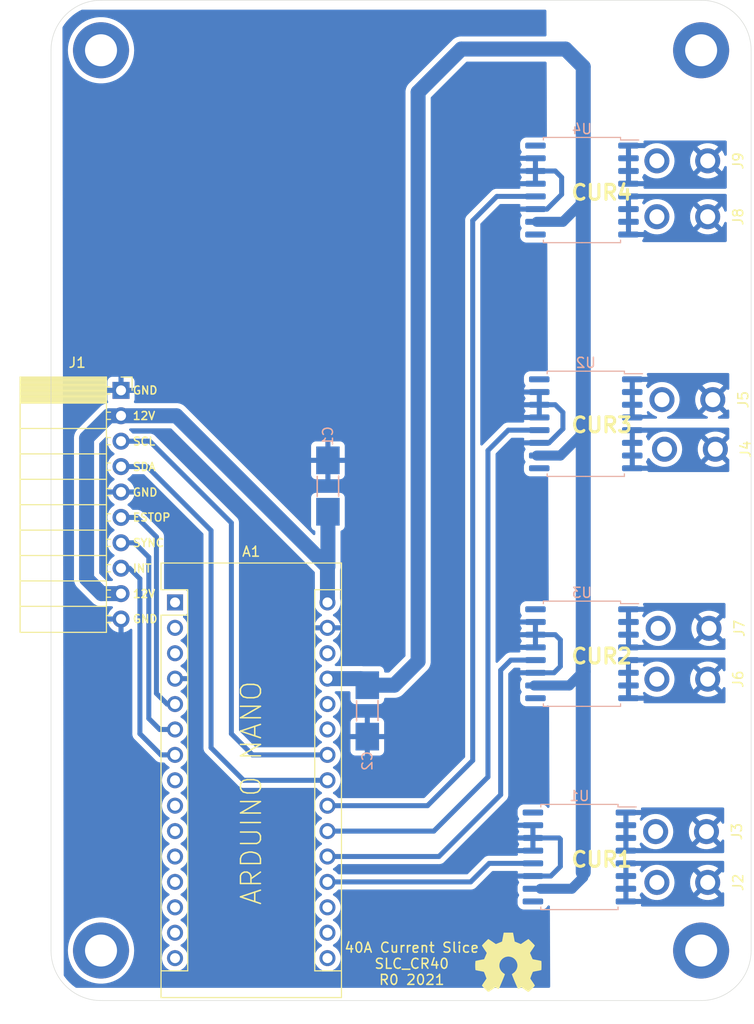
<source format=kicad_pcb>
(kicad_pcb (version 20240108) (generator "pcbnew") (generator_version "8.0")
  (layers (0 "F.Cu" signal) (31 "B.Cu" signal) (34 "B.Paste" user) (35 "F.Paste" user) (36 "B.SilkS" user "B.Silkscreen") (37 "F.SilkS" user "F.Silkscreen") (38 "B.Mask" user) (39 "F.Mask" user) (44 "Edge.Cuts" user))
  (net 0 "")
  (net 1 "Net-(A1-Pad16)")
  (net 2 "Net-(A1-Pad15)")
  (net 3 "Net-(A1-Pad14)")
  (net 4 "GND")
  (net 5 "Net-(A1-Pad13)")
  (net 6 "Net-(A1-Pad28)")
  (net 7 "Net-(A1-Pad12)")
  (net 8 "+5V")
  (net 9 "Net-(A1-Pad11)")
  (net 10 "Net-(A1-Pad26)")
  (net 11 "Net-(A1-Pad10)")
  (net 12 "Net-(A1-Pad25)")
  (net 13 "Net-(A1-Pad9)")
  (net 14 "/I2C_CLK")
  (net 15 "Net-(A1-Pad8)")
  (net 16 "/I2C_DAT")
  (net 17 "/SYNC")
  (net 18 "/E_STOP")
  (net 19 "Net-(A1-Pad3)")
  (net 20 "Net-(A1-Pad18)")
  (net 21 "Net-(A1-Pad2)")
  (net 22 "Net-(A1-Pad17)")
  (net 23 "Net-(A1-Pad1)")
  (net 24 "+12V")
  (net 25 "/INT")
  (net 26 "/CURR1")
  (net 27 "/CURR2")
  (net 28 "/CURR3")
  (net 29 "/CURR4")
  (net 30 "Net-(J2-Pad1)")
  (net 31 "Net-(J3-Pad1)")
  (net 32 "Net-(J4-Pad1)")
  (net 33 "Net-(J5-Pad1)")
  (net 34 "Net-(U1-Pad16)")
  (net 35 "Net-(U1-Pad9)")
  (net 36 "Net-(U2-Pad16)")
  (net 37 "Net-(U2-Pad9)")
  (net 38 "Net-(U3-Pad16)")
  (net 39 "Net-(U3-Pad9)")
  (net 40 "Net-(U4-Pad16)")
  (net 41 "Net-(U4-Pad9)")
  (net 42 "Net-(J6-Pad1)")
  (net 43 "Net-(J7-Pad1)")
  (net 44 "Net-(J8-Pad1)")
  (net 45 "Net-(J9-Pad1)")
  (footprint "MountingHole:MountingHole_3.2mm_M3_DIN965_Pad" (layer "F.Cu") (at 127.6 44.8)
    (property "Reference" "H1" (hide yes))
    (property "Value" "MountingHole")
    (pad "1" thru_hole circle (at 0 0) (size 5.6 5.6) (drill 3.2) (layers "*.Cu" "*.Mask"))
  )
  (footprint "MountingHole:MountingHole_3.2mm_M3_DIN965_Pad" (layer "F.Cu") (at 187.6 44.8)
    (property "Reference" "H2" (hide yes))
    (property "Value" "MountingHole")
    (pad "1" thru_hole circle (at 0 0) (size 5.6 5.6) (drill 3.2) (layers "*.Cu" "*.Mask"))
  )
  (footprint "MountingHole:MountingHole_3.2mm_M3_DIN965_Pad" (layer "F.Cu") (at 127.6 134.8)
    (property "Reference" "H3" (hide yes))
    (property "Value" "MountingHole")
    (pad "1" thru_hole circle (at 0 0) (size 5.6 5.6) (drill 3.2) (layers "*.Cu" "*.Mask"))
  )
  (footprint "MountingHole:MountingHole_3.2mm_M3_DIN965_Pad" (layer "F.Cu") (at 187.6 134.8)
    (property "Reference" "H4" (hide yes))
    (property "Value" "MountingHole")
    (pad "1" thru_hole circle (at 0 0) (size 5.6 5.6) (drill 3.2) (layers "*.Cu" "*.Mask"))
  )
  (footprint "Module:Arduino_Nano" (layer "F.Cu") (at 135 100)
    (property "Reference" "A1" (at 7.62 -5.08 0) (layer "F.SilkS"))
    (property "Value" "Arduino_Nano_v3.x")
    (fp_line (start -1.4 -3.94) (end -1.4 -1.27) (stroke (width 0.12)) (layer "F.SilkS"))
    (fp_line (start -1.4 1.27) (end -1.4 39.5) (stroke (width 0.12)) (layer "F.SilkS"))
    (fp_line (start -1.4 39.5) (end 16.64 39.5) (stroke (width 0.12)) (layer "F.SilkS"))
    (fp_line (start 1.27 -1.27) (end -1.4 -1.27) (stroke (width 0.12)) (layer "F.SilkS"))
    (fp_line (start 1.27 1.27) (end -1.4 1.27) (stroke (width 0.12)) (layer "F.SilkS"))
    (fp_line (start 1.27 1.27) (end 1.27 -1.27) (stroke (width 0.12)) (layer "F.SilkS"))
    (fp_line (start 1.27 1.27) (end 1.27 36.83) (stroke (width 0.12)) (layer "F.SilkS"))
    (fp_line (start 1.27 36.83) (end -1.4 36.83) (stroke (width 0.12)) (layer "F.SilkS"))
    (fp_line (start 13.97 -1.27) (end 13.97 36.83) (stroke (width 0.12)) (layer "F.SilkS"))
    (fp_line (start 13.97 -1.27) (end 16.64 -1.27) (stroke (width 0.12)) (layer "F.SilkS"))
    (fp_line (start 13.97 36.83) (end 16.64 36.83) (stroke (width 0.12)) (layer "F.SilkS"))
    (fp_line (start 16.64 -3.94) (end -1.4 -3.94) (stroke (width 0.12)) (layer "F.SilkS"))
    (fp_line (start 16.64 39.5) (end 16.64 -3.94) (stroke (width 0.12)) (layer "F.SilkS"))
    (pad "1" thru_hole rect (at 0 0) (size 1.6 1.6) (drill 1) (layers "*.Cu" "*.Mask") (net 23 "Net-(A1-Pad1)"))
    (pad "2" thru_hole oval (at 0 2.54) (size 1.6 1.6) (drill 1) (layers "*.Cu" "*.Mask") (net 21 "Net-(A1-Pad2)"))
    (pad "3" thru_hole oval (at 0 5.08) (size 1.6 1.6) (drill 1) (layers "*.Cu" "*.Mask") (net 19 "Net-(A1-Pad3)"))
    (pad "4" thru_hole oval (at 0 7.62) (size 1.6 1.6) (drill 1) (layers "*.Cu" "*.Mask") (net 4 "GND"))
    (pad "5" thru_hole oval (at 0 10.16) (size 1.6 1.6) (drill 1) (layers "*.Cu" "*.Mask") (net 18 "/E_STOP"))
    (pad "6" thru_hole oval (at 0 12.7) (size 1.6 1.6) (drill 1) (layers "*.Cu" "*.Mask") (net 25 "/INT"))
    (pad "7" thru_hole oval (at 0 15.24) (size 1.6 1.6) (drill 1) (layers "*.Cu" "*.Mask") (net 17 "/SYNC"))
    (pad "8" thru_hole oval (at 0 17.78) (size 1.6 1.6) (drill 1) (layers "*.Cu" "*.Mask") (net 15 "Net-(A1-Pad8)"))
    (pad "9" thru_hole oval (at 0 20.32) (size 1.6 1.6) (drill 1) (layers "*.Cu" "*.Mask") (net 13 "Net-(A1-Pad9)"))
    (pad "10" thru_hole oval (at 0 22.86) (size 1.6 1.6) (drill 1) (layers "*.Cu" "*.Mask") (net 11 "Net-(A1-Pad10)"))
    (pad "11" thru_hole oval (at 0 25.4) (size 1.6 1.6) (drill 1) (layers "*.Cu" "*.Mask") (net 9 "Net-(A1-Pad11)"))
    (pad "12" thru_hole oval (at 0 27.94) (size 1.6 1.6) (drill 1) (layers "*.Cu" "*.Mask") (net 7 "Net-(A1-Pad12)"))
    (pad "13" thru_hole oval (at 0 30.48) (size 1.6 1.6) (drill 1) (layers "*.Cu" "*.Mask") (net 5 "Net-(A1-Pad13)"))
    (pad "14" thru_hole oval (at 0 33.02) (size 1.6 1.6) (drill 1) (layers "*.Cu" "*.Mask") (net 3 "Net-(A1-Pad14)"))
    (pad "15" thru_hole oval (at 0 35.56) (size 1.6 1.6) (drill 1) (layers "*.Cu" "*.Mask") (net 2 "Net-(A1-Pad15)"))
    (pad "16" thru_hole oval (at 15.24 35.56) (size 1.6 1.6) (drill 1) (layers "*.Cu" "*.Mask") (net 1 "Net-(A1-Pad16)"))
    (pad "17" thru_hole oval (at 15.24 33.02) (size 1.6 1.6) (drill 1) (layers "*.Cu" "*.Mask") (net 22 "Net-(A1-Pad17)"))
    (pad "18" thru_hole oval (at 15.24 30.48) (size 1.6 1.6) (drill 1) (layers "*.Cu" "*.Mask") (net 20 "Net-(A1-Pad18)"))
    (pad "19" thru_hole oval (at 15.24 27.94) (size 1.6 1.6) (drill 1) (layers "*.Cu" "*.Mask") (net 26 "/CURR1"))
    (pad "20" thru_hole oval (at 15.24 25.4) (size 1.6 1.6) (drill 1) (layers "*.Cu" "*.Mask") (net 27 "/CURR2"))
    (pad "21" thru_hole oval (at 15.24 22.86) (size 1.6 1.6) (drill 1) (layers "*.Cu" "*.Mask") (net 28 "/CURR3"))
    (pad "22" thru_hole oval (at 15.24 20.32) (size 1.6 1.6) (drill 1) (layers "*.Cu" "*.Mask") (net 29 "/CURR4"))
    (pad "23" thru_hole oval (at 15.24 17.78) (size 1.6 1.6) (drill 1) (layers "*.Cu" "*.Mask") (net 16 "/I2C_DAT"))
    (pad "24" thru_hole oval (at 15.24 15.24) (size 1.6 1.6) (drill 1) (layers "*.Cu" "*.Mask") (net 14 "/I2C_CLK"))
    (pad "25" thru_hole oval (at 15.24 12.7) (size 1.6 1.6) (drill 1) (layers "*.Cu" "*.Mask") (net 12 "Net-(A1-Pad25)"))
    (pad "26" thru_hole oval (at 15.24 10.16) (size 1.6 1.6) (drill 1) (layers "*.Cu" "*.Mask") (net 10 "Net-(A1-Pad26)"))
    (pad "27" thru_hole oval (at 15.24 7.62) (size 1.6 1.6) (drill 1) (layers "*.Cu" "*.Mask") (net 8 "+5V"))
    (pad "28" thru_hole oval (at 15.24 5.08) (size 1.6 1.6) (drill 1) (layers "*.Cu" "*.Mask") (net 6 "Net-(A1-Pad28)"))
    (pad "29" thru_hole oval (at 15.24 2.54) (size 1.6 1.6) (drill 1) (layers "*.Cu" "*.Mask") (net 4 "GND"))
    (pad "30" thru_hole oval (at 15.24 0) (size 1.6 1.6) (drill 1) (layers "*.Cu" "*.Mask") (net 24 "+12V"))
  )
  (footprint "Connector_PinSocket_2.54mm:PinSocket_1x10_P2.54mm_Horizontal" (layer "F.Cu") (at 129.6 78.8)
    (property "Reference" "J1" (at -4.38 -2.77 0) (layer "F.SilkS"))
    (property "Value" "Conn_01x10_Female")
    (fp_line (start -10.09 -1.33) (end -10.09 24.19) (stroke (width 0.12)) (layer "F.SilkS"))
    (fp_line (start -10.09 -1.33) (end -1.46 -1.33) (stroke (width 0.12)) (layer "F.SilkS"))
    (fp_line (start -10.09 -1.21) (end -1.46 -1.21) (stroke (width 0.12)) (layer "F.SilkS"))
    (fp_line (start -10.09 -1.091905) (end -1.46 -1.091905) (stroke (width 0.12)) (layer "F.SilkS"))
    (fp_line (start -10.09 -0.97381) (end -1.46 -0.97381) (stroke (width 0.12)) (layer "F.SilkS"))
    (fp_line (start -10.09 -0.855715) (end -1.46 -0.855715) (stroke (width 0.12)) (layer "F.SilkS"))
    (fp_line (start -10.09 -0.73762) (end -1.46 -0.73762) (stroke (width 0.12)) (layer "F.SilkS"))
    (fp_line (start -10.09 -0.619525) (end -1.46 -0.619525) (stroke (width 0.12)) (layer "F.SilkS"))
    (fp_line (start -10.09 -0.50143) (end -1.46 -0.50143) (stroke (width 0.12)) (layer "F.SilkS"))
    (fp_line (start -10.09 -0.383335) (end -1.46 -0.383335) (stroke (width 0.12)) (layer "F.SilkS"))
    (fp_line (start -10.09 -0.26524) (end -1.46 -0.26524) (stroke (width 0.12)) (layer "F.SilkS"))
    (fp_line (start -10.09 -0.147145) (end -1.46 -0.147145) (stroke (width 0.12)) (layer "F.SilkS"))
    (fp_line (start -10.09 -0.02905) (end -1.46 -0.02905) (stroke (width 0.12)) (layer "F.SilkS"))
    (fp_line (start -10.09 0.089045) (end -1.46 0.089045) (stroke (width 0.12)) (layer "F.SilkS"))
    (fp_line (start -10.09 0.20714) (end -1.46 0.20714) (stroke (width 0.12)) (layer "F.SilkS"))
    (fp_line (start -10.09 0.325235) (end -1.46 0.325235) (stroke (width 0.12)) (layer "F.SilkS"))
    (fp_line (start -10.09 0.44333) (end -1.46 0.44333) (stroke (width 0.12)) (layer "F.SilkS"))
    (fp_line (start -10.09 0.561425) (end -1.46 0.561425) (stroke (width 0.12)) (layer "F.SilkS"))
    (fp_line (start -10.09 0.67952) (end -1.46 0.67952) (stroke (width 0.12)) (layer "F.SilkS"))
    (fp_line (start -10.09 0.797615) (end -1.46 0.797615) (stroke (width 0.12)) (layer "F.SilkS"))
    (fp_line (start -10.09 0.91571) (end -1.46 0.91571) (stroke (width 0.12)) (layer "F.SilkS"))
    (fp_line (start -10.09 1.033805) (end -1.46 1.033805) (stroke (width 0.12)) (layer "F.SilkS"))
    (fp_line (start -10.09 1.1519) (end -1.46 1.1519) (stroke (width 0.12)) (layer "F.SilkS"))
    (fp_line (start -10.09 1.27) (end -1.46 1.27) (stroke (width 0.12)) (layer "F.SilkS"))
    (fp_line (start -10.09 3.81) (end -1.46 3.81) (stroke (width 0.12)) (layer "F.SilkS"))
    (fp_line (start -10.09 6.35) (end -1.46 6.35) (stroke (width 0.12)) (layer "F.SilkS"))
    (fp_line (start -10.09 8.89) (end -1.46 8.89) (stroke (width 0.12)) (layer "F.SilkS"))
    (fp_line (start -10.09 11.43) (end -1.46 11.43) (stroke (width 0.12)) (layer "F.SilkS"))
    (fp_line (start -10.09 13.97) (end -1.46 13.97) (stroke (width 0.12)) (layer "F.SilkS"))
    (fp_line (start -10.09 16.51) (end -1.46 16.51) (stroke (width 0.12)) (layer "F.SilkS"))
    (fp_line (start -10.09 19.05) (end -1.46 19.05) (stroke (width 0.12)) (layer "F.SilkS"))
    (fp_line (start -10.09 21.59) (end -1.46 21.59) (stroke (width 0.12)) (layer "F.SilkS"))
    (fp_line (start -10.09 24.19) (end -1.46 24.19) (stroke (width 0.12)) (layer "F.SilkS"))
    (fp_line (start -1.46 -1.33) (end -1.46 24.19) (stroke (width 0.12)) (layer "F.SilkS"))
    (fp_line (start -1.46 -0.36) (end -1.11 -0.36) (stroke (width 0.12)) (layer "F.SilkS"))
    (fp_line (start -1.46 0.36) (end -1.11 0.36) (stroke (width 0.12)) (layer "F.SilkS"))
    (fp_line (start -1.46 2.18) (end -1.05 2.18) (stroke (width 0.12)) (layer "F.SilkS"))
    (fp_line (start -1.46 2.9) (end -1.05 2.9) (stroke (width 0.12)) (layer "F.SilkS"))
    (fp_line (start -1.46 4.72) (end -1.05 4.72) (stroke (width 0.12)) (layer "F.SilkS"))
    (fp_line (start -1.46 5.44) (end -1.05 5.44) (stroke (width 0.12)) (layer "F.SilkS"))
    (fp_line (start -1.46 7.26) (end -1.05 7.26) (stroke (width 0.12)) (layer "F.SilkS"))
    (fp_line (start -1.46 7.98) (end -1.05 7.98) (stroke (width 0.12)) (layer "F.SilkS"))
    (fp_line (start -1.46 9.8) (end -1.05 9.8) (stroke (width 0.12)) (layer "F.SilkS"))
    (fp_line (start -1.46 10.52) (end -1.05 10.52) (stroke (width 0.12)) (layer "F.SilkS"))
    (fp_line (start -1.46 12.34) (end -1.05 12.34) (stroke (width 0.12)) (layer "F.SilkS"))
    (fp_line (start -1.46 13.06) (end -1.05 13.06) (stroke (width 0.12)) (layer "F.SilkS"))
    (fp_line (start -1.46 14.88) (end -1.05 14.88) (stroke (width 0.12)) (layer "F.SilkS"))
    (fp_line (start -1.46 15.6) (end -1.05 15.6) (stroke (width 0.12)) (layer "F.SilkS"))
    (fp_line (start -1.46 17.42) (end -1.05 17.42) (stroke (width 0.12)) (layer "F.SilkS"))
    (fp_line (start -1.46 18.14) (end -1.05 18.14) (stroke (width 0.12)) (layer "F.SilkS"))
    (fp_line (start -1.46 19.96) (end -1.05 19.96) (stroke (width 0.12)) (layer "F.SilkS"))
    (fp_line (start -1.46 20.68) (end -1.05 20.68) (stroke (width 0.12)) (layer "F.SilkS"))
    (fp_line (start -1.46 22.5) (end -1.05 22.5) (stroke (width 0.12)) (layer "F.SilkS"))
    (fp_line (start -1.46 23.22) (end -1.05 23.22) (stroke (width 0.12)) (layer "F.SilkS"))
    (fp_line (start 0 -1.33) (end 1.11 -1.33) (stroke (width 0.12)) (layer "F.SilkS"))
    (fp_line (start 1.11 -1.33) (end 1.11 0) (stroke (width 0.12)) (layer "F.SilkS"))
    (pad "1" thru_hole rect (at 0 0) (size 1.7 1.7) (drill 1) (layers "*.Cu" "*.Mask") (net 4 "GND"))
    (pad "2" thru_hole oval (at 0 2.54) (size 1.7 1.7) (drill 1) (layers "*.Cu" "*.Mask") (net 24 "+12V"))
    (pad "3" thru_hole oval (at 0 5.08) (size 1.7 1.7) (drill 1) (layers "*.Cu" "*.Mask") (net 14 "/I2C_CLK"))
    (pad "4" thru_hole oval (at 0 7.62) (size 1.7 1.7) (drill 1) (layers "*.Cu" "*.Mask") (net 16 "/I2C_DAT"))
    (pad "5" thru_hole oval (at 0 10.16) (size 1.7 1.7) (drill 1) (layers "*.Cu" "*.Mask") (net 4 "GND"))
    (pad "6" thru_hole oval (at 0 12.7) (size 1.7 1.7) (drill 1) (layers "*.Cu" "*.Mask") (net 18 "/E_STOP"))
    (pad "7" thru_hole oval (at 0 15.24) (size 1.7 1.7) (drill 1) (layers "*.Cu" "*.Mask") (net 25 "/INT"))
    (pad "8" thru_hole oval (at 0 17.78) (size 1.7 1.7) (drill 1) (layers "*.Cu" "*.Mask") (net 17 "/SYNC"))
    (pad "9" thru_hole oval (at 0 20.32) (size 1.7 1.7) (drill 1) (layers "*.Cu" "*.Mask") (net 24 "+12V"))
    (pad "10" thru_hole oval (at 0 22.86) (size 1.7 1.7) (drill 1) (layers "*.Cu" "*.Mask") (net 4 "GND"))
  )
  (footprint "Symbol:OSHW-Symbol_6.7x6mm_SilkScreen" (layer "F.Cu") (at 168.32 135.99)
    (property "Reference" "Logo1" (hide yes))
    (property "Value" "Logo_Open_Hardware_Small" (hide yes))
    (fp_poly (pts (xy 0.555814 -2.531069) (xy 0.639635 -2.086445) (xy 0.94892 -1.958947) (xy 1.258206 -1.831449) (xy 1.629246 -2.083754) (xy 1.733157 -2.154004) (xy 1.827087 -2.216728) (xy 1.906652 -2.269062) (xy 1.96747 -2.308143) (xy 2.005157 -2.331107) (xy 2.015421 -2.336058) (xy 2.03391 -2.323324) (xy 2.07342 -2.288118) (xy 2.129522 -2.234938) (xy 2.197787 -2.168282) (xy 2.273786 -2.092646) (xy 2.353092 -2.012528) (xy 2.431275 -1.932426) (xy 2.503907 -1.856836) (xy 2.566559 -1.790255) (xy 2.614803 -1.737182) (xy 2.64421 -1.702113) (xy 2.651241 -1.690377) (xy 2.641123 -1.66874) (xy 2.612759 -1.621338) (xy 2.569129 -1.552807) (xy 2.513218 -1.467785) (xy 2.448006 -1.370907) (xy 2.410219 -1.31565) (xy 2.341343 -1.214752) (xy 2.28014 -1.123701) (xy 2.229578 -1.04703) (xy 2.192628 -0.989272) (xy 2.172258 -0.954957) (xy 2.169197 -0.947746) (xy 2.176136 -0.927252) (xy 2.195051 -0.879487) (xy 2.223087 -0.811168) (xy 2.257391 -0.729011) (xy 2.295109 -0.63973) (xy 2.333387 -0.550042) (xy 2.36937 -0.466662) (xy 2.400206 -0.396306) (xy 2.423039 -0.34569) (xy 2.435017 -0.321529) (xy 2.435724 -0.320578) (xy 2.454531 -0.315964) (xy 2.504618 -0.305672) (xy 2.580793 -0.290713) (xy 2.677865 -0.272099) (xy 2.790643 -0.250841) (xy 2.856442 -0.238582) (xy 2.97695 -0.215638) (xy 3.085797 -0.193805) (xy 3.177476 -0.174278) (xy 3.246481 -0.158252) (xy 3.287304 -0.146921) (xy 3.295511 -0.143326) (xy 3.303548 -0.118994) (xy 3.310033 -0.064041) (xy 3.31497 0.015108) (xy 3.318364 0.112026) (xy 3.320218 0.220287) (xy 3.320538 0.333465) (xy 3.319327 0.445135) (xy 3.31659 0.548868) (xy 3.312331 0.638241) (xy 3.306555 0.706826) (xy 3.299267 0.748197) (xy 3.294895 0.75681) (xy 3.268764 0.767133) (xy 3.213393 0.781892) (xy 3.136107 0.799352) (xy 3.04423 0.81778) (xy 3.012158 0.823741) (xy 2.857524 0.852066) (xy 2.735375 0.874876) (xy 2.641673 0.89308) (xy 2.572384 0.907583) (xy 2.523471 0.919292) (xy 2.490897 0.929115) (xy 2.470628 0.937956) (xy 2.458626 0.946724) (xy 2.456947 0.948457) (xy 2.440184 0.976371) (xy 2.414614 1.030695) (xy 2.382788 1.104777) (xy 2.34726 1.191965) (xy 2.310583 1.285608) (xy 2.275311 1.379052) (xy 2.243996 1.465647) (xy 2.219193 1.53874) (xy 2.203454 1.591678) (xy 2.199332 1.617811) (xy 2.199676 1.618726) (xy 2.213641 1.640086) (xy 2.245322 1.687084) (xy 2.291391 1.754827) (xy 2.348518 1.838423) (xy 2.413373 1.932982) (xy 2.431843 1.959854) (xy 2.497699 2.057275) (xy 2.55565 2.146163) (xy 2.602538 2.221412) (xy 2.635207 2.27792) (xy 2.6505 2.310581) (xy 2.651241 2.314593) (xy 2.638392 2.335684) (xy 2.602888 2.377464) (xy 2.549293 2.435445) (xy 2.482171 2.505135) (xy 2.406087 2.582045) (xy 2.325604 2.661683) (xy 2.245287 2.739561) (xy 2.169699 2.811186) (xy 2.103405 2.87207) (xy 2.050969 2.917721) (xy 2.016955 2.94365) (xy 2.007545 2.947883) (xy 1.985643 2.937912) (xy 1.9408 2.91102) (xy 1.880321 2.871736) (xy 1.833789 2.840117) (xy 1.749475 2.782098) (xy 1.649626 2.713784) (xy 1.549473 2.645579) (xy 1.495627 2.609075) (xy 1.313371 2.4858) (xy 1.160381 2.56852) (xy 1.090682 2.604759) (xy 1.031414 2.632926) (xy 0.991311 2.648991) (xy 0.981103 2.651226) (xy 0.968829 2.634722) (xy 0.944613 2.588082) (xy 0.910263 2.515609) (xy 0.867588 2.421606) (xy 0.818394 2.310374) (xy 0.76449 2.186215) (xy 0.707684 2.053432) (xy 0.649782 1.916327) (xy 0.592593 1.779202) (xy 0.537924 1.646358) (xy 0.487584 1.522098) (xy 0.44338 1.410725) (xy 0.407119 1.316539) (xy 0.380609 1.243844) (xy 0.365658 1.196941) (xy 0.363254 1.180833) (xy 0.382311 1.160286) (xy 0.424036 1.126933) (xy 0.479706 1.087702) (xy 0.484378 1.084599) (xy 0.628264 0.969423) (xy 0.744283 0.835053) (xy 0.83143 0.685784) (xy 0.888699 0.525913) (xy 0.915086 0.359737) (xy 0.909585 0.191552) (xy 0.87119 0.025655) (xy 0.798895 -0.133658) (xy 0.777626 -0.168513) (xy 0.666996 -0.309263) (xy 0.536302 -0.422286) (xy 0.390064 -0.506997) (xy 0.232808 -0.562806) (xy 0.069057 -0.589126) (xy -0.096667 -0.58537) (xy -0.259838 -0.55095) (xy -0.415935 -0.485277) (xy -0.560433 -0.387765) (xy -0.605131 -0.348187) (xy -0.718888 -0.224297) (xy -0.801782 -0.093876) (xy -0.858644 0.052315) (xy -0.890313 0.197088) (xy -0.898131 0.35986) (xy -0.872062 0.52344) (xy -0.814755 0.682298) (xy -0.728856 0.830906) (xy -0.617014 0.963735) (xy -0.481877 1.075256) (xy -0.464117 1.087011) (xy -0.40785 1.125508) (xy -0.365077 1.158863) (xy -0.344628 1.18016) (xy -0.344331 1.180833) (xy -0.348721 1.203871) (xy -0.366124 1.256157) (xy -0.394732 1.33339) (xy -0.432735 1.431268) (xy -0.478326 1.545491) (xy -0.529697 1.671758) (xy -0.585038 1.805767) (xy -0.642542 1.943218) (xy -0.700399 2.079808) (xy -0.756802 2.211237) (xy -0.809942 2.333205) (xy -0.85801 2.441409) (xy -0.899199 2.531549) (xy -0.931699 2.599323) (xy -0.953703 2.64043) (xy -0.962564 2.651226) (xy -0.98964 2.642819) (xy -1.040303 2.620272) (xy -1.105817 2.587613) (xy -1.141841 2.56852) (xy -1.294832 2.4858) (xy -1.477088 2.609075) (xy -1.570125 2.672228) (xy -1.671985 2.741727) (xy -1.767438 2.807165) (xy -1.81525 2.840117) (xy -1.882495 2.885273) (xy -1.939436 2.921057) (xy -1.978646 2.942938) (xy -1.991381 2.947563) (xy -2.009917 2.935085) (xy -2.050941 2.900252) (xy -2.110475 2.846678) (xy -2.184542 2.777983) (xy -2.269165 2.697781) (xy -2.322685 2.646286) (xy -2.416319 2.554286) (xy -2.497241 2.471999) (xy -2.562177 2.402945) (xy -2.607858 2.350644) (xy -2.631011 2.318616) (xy -2.633232 2.312116) (xy -2.622924 2.287394) (xy -2.594439 2.237405) (xy -2.550937 2.167212) (xy -2.495577 2.081875) (xy -2.43152 1.986456) (xy -2.413303 1.959854) (xy -2.346927 1.863167) (xy -2.287378 1.776117) (xy -2.237984 1.703595) (xy -2.202075 1.650493) (xy -2.182981 1.621703) (xy -2.181136 1.618726) (xy -2.183895 1.595782) (xy -2.198538 1.545336) (xy -2.222513 1.474041) (xy -2.253266 1.388547) (xy -2.288244 1.295507) (xy -2.324893 1.201574) (xy -2.360661 1.113399) (xy -2.392994 1.037634) (xy -2.419338 0.980931) (xy -2.437142 0.949943) (xy -2.438407 0.948457) (xy -2.449294 0.939601) (xy -2.467682 0.930843) (xy -2.497606 0.921277) (xy -2.543103 0.909996) (xy -2.608209 0.896093) (xy -2.696961 0.878663) (xy -2.813393 0.856798) (xy -2.961542 0.829591) (xy -2.993618 0.823741) (xy -3.088686 0.805374) (xy -3.171565 0.787405) (xy -3.23493 0.771569) (xy -3.271458 0.7596) (xy -3.276356 0.75681) (xy -3.284427 0.732072) (xy -3.290987 0.67679) (xy -3.296033 0.597389) (xy -3.299559 0.500296) (xy -3.301561 0.391938) (xy -3.302036 0.27874) (xy -3.300977 0.167128) (xy -3.298382 0.063529) (xy -3.294246 -0.025632) (xy -3.288563 -0.093928) (xy -3.281331 -0.134934) (xy -3.276971 -0.143326) (xy -3.252698 -0.151792) (xy -3.197426 -0.165565) (xy -3.116662 -0.18345) (xy -3.015912 -0.204252) (xy -2.900683 -0.226777) (xy -2.837902 -0.238582) (xy -2.718787 -0.260849) (xy -2.612565 -0.281021) (xy -2.524427 -0.298085) (xy -2.459566 -0.311031) (xy -2.423174 -0.318845) (xy -2.417184 -0.320578) (xy -2.407061 -0.34011) (xy -2.385662 -0.387157) (xy -2.355839 -0.454997) (xy -2.320445 -0.536909) (xy -2.282332 -0.626172) (xy -2.244353 -0.716065) (xy -2.20936 -0.799865) (xy -2.180206 -0.870853) (xy -2.159743 -0.922306) (xy -2.150823 -0.947503) (xy -2.150657 -0.948604) (xy -2.160769 -0.968481) (xy -2.189117 -1.014223) (xy -2.232723 -1.081283) (xy -2.288606 -1.165116) (xy -2.353787 -1.261174) (xy -2.391679 -1.31635) (xy -2.460725 -1.417519) (xy -2.52205 -1.50937) (xy -2.572663 -1.587256) (xy -2.609571 -1.646531) (xy -2.629782 -1.682549) (xy -2.632701 -1.690623) (xy -2.620153 -1.709416) (xy -2.585463 -1.749543) (xy -2.533063 -1.806507) (xy -2.467384 -1.875815) (xy -2.392856 -1.952969) (xy -2.313913 -2.033475) (xy -2.234983 -2.112837) (xy -2.1605 -2.18656) (xy -2.094894 -2.250148) (xy -2.042596 -2.299106) (xy -2.008039 -2.328939) (xy -1.996478 -2.336058) (xy -1.977654 -2.326047) (xy -1.932631 -2.297922) (xy -1.865787 -2.254546) (xy -1.781499 -2.198782) (xy -1.684144 -2.133494) (xy -1.610707 -2.083754) (xy -1.239667 -1.831449) (xy -0.621095 -2.086445) (xy -0.537275 -2.531069) (xy -0.453454 -2.975693) (xy 0.471994 -2.975693) (xy 0.555814 -2.531069)) (stroke (width 0.01)) (fill solid) (layer "F.SilkS"))
  )
  (footprint "Custom:Blade_Connector" (layer "F.Cu") (at 190.799 127.989 90)
    (property "Reference" "J2" (at 0 0.5 90) (layer "F.SilkS"))
    (property "Value" "Conn_01x01_Male")
    (pad "1" thru_hole circle (at 0 -2.54 90) (size 2.5 2.5) (drill 1.5) (layers "*.Cu" "*.Mask") (net 30 "Net-(J2-Pad1)"))
    (pad "2" thru_hole circle (at 0 -7.62 90) (size 2.5 2.5) (drill 1.5) (layers "*.Cu" "*.Mask"))
  )
  (footprint "Custom:Blade_Connector" (layer "F.Cu") (at 190.672 122.909 90)
    (property "Reference" "J3" (at 0 0.5 90) (layer "F.SilkS"))
    (property "Value" "Conn_01x01_Male")
    (pad "1" thru_hole circle (at 0 -2.54 90) (size 2.5 2.5) (drill 1.5) (layers "*.Cu" "*.Mask") (net 31 "Net-(J3-Pad1)"))
    (pad "2" thru_hole circle (at 0 -7.62 90) (size 2.5 2.5) (drill 1.5) (layers "*.Cu" "*.Mask"))
  )
  (footprint "Custom:Blade_Connector" (layer "F.Cu") (at 191.561 84.682 90)
    (property "Reference" "J4" (at 0 0.5 90) (layer "F.SilkS"))
    (property "Value" "Conn_01x01_Male")
    (pad "1" thru_hole circle (at 0 -2.54 90) (size 2.5 2.5) (drill 1.5) (layers "*.Cu" "*.Mask") (net 32 "Net-(J4-Pad1)"))
    (pad "2" thru_hole circle (at 0 -7.62 90) (size 2.5 2.5) (drill 1.5) (layers "*.Cu" "*.Mask"))
  )
  (footprint "Custom:Blade_Connector" (layer "F.Cu") (at 191.307 79.729 90)
    (property "Reference" "J5" (at 0 0.5 90) (layer "F.SilkS"))
    (property "Value" "Conn_01x01_Male")
    (pad "1" thru_hole circle (at 0 -2.54 90) (size 2.5 2.5) (drill 1.5) (layers "*.Cu" "*.Mask") (net 33 "Net-(J5-Pad1)"))
    (pad "2" thru_hole circle (at 0 -7.62 90) (size 2.5 2.5) (drill 1.5) (layers "*.Cu" "*.Mask"))
  )
  (footprint "Custom:Blade_Connector" (layer "F.Cu") (at 190.799 107.669 90)
    (property "Reference" "J6" (at 0 0.5 90) (layer "F.SilkS"))
    (property "Value" "Conn_01x01_Male")
    (pad "1" thru_hole circle (at 0 -2.54 90) (size 2.5 2.5) (drill 1.5) (layers "*.Cu" "*.Mask") (net 42 "Net-(J6-Pad1)"))
    (pad "2" thru_hole circle (at 0 -7.62 90) (size 2.5 2.5) (drill 1.5) (layers "*.Cu" "*.Mask"))
  )
  (footprint "Custom:Blade_Connector" (layer "F.Cu") (at 190.926 102.589 90)
    (property "Reference" "J7" (at 0 0.5 90) (layer "F.SilkS"))
    (property "Value" "Conn_01x01_Male")
    (pad "1" thru_hole circle (at 0 -2.54 90) (size 2.5 2.5) (drill 1.5) (layers "*.Cu" "*.Mask") (net 43 "Net-(J7-Pad1)"))
    (pad "2" thru_hole circle (at 0 -7.62 90) (size 2.5 2.5) (drill 1.5) (layers "*.Cu" "*.Mask"))
  )
  (footprint "Custom:Blade_Connector" (layer "F.Cu") (at 190.799 61.441 90)
    (property "Reference" "J8" (at 0 0.5 90) (layer "F.SilkS"))
    (property "Value" "Conn_01x01_Male")
    (pad "1" thru_hole circle (at 0 -2.54 90) (size 2.5 2.5) (drill 1.5) (layers "*.Cu" "*.Mask") (net 44 "Net-(J8-Pad1)"))
    (pad "2" thru_hole circle (at 0 -7.62 90) (size 2.5 2.5) (drill 1.5) (layers "*.Cu" "*.Mask"))
  )
  (footprint "Custom:Blade_Connector" (layer "F.Cu") (at 190.799 55.853 90)
    (property "Reference" "J9" (at 0 0.5 90) (layer "F.SilkS"))
    (property "Value" "Conn_01x01_Male")
    (pad "1" thru_hole circle (at 0 -2.54 90) (size 2.5 2.5) (drill 1.5) (layers "*.Cu" "*.Mask") (net 45 "Net-(J9-Pad1)"))
    (pad "2" thru_hole circle (at 0 -7.62 90) (size 2.5 2.5) (drill 1.5) (layers "*.Cu" "*.Mask"))
  )
  (footprint "OCI_UPL_FOOTPRINTS:C_2312" (layer "B.Cu") (at 154.223 110.844 -90)
    (property "Reference" "C2" (at 5 0 90) (layer "B.SilkS") (effects (justify mirror)))
    (property "Value" "10uF_t")
    (fp_line (start 1 1.07) (end -1.01 1.07) (stroke (width 0.15)) (layer "B.SilkS"))
    (fp_line (start 0.97 -1.07) (end -1.04 -1.07) (stroke (width 0.15)) (layer "B.SilkS"))
    (pad "1" smd rect (at -2.57 0 270) (size 2.77 2.35) (layers "B.Cu" "B.Paste" "B.Mask") (net 8 "+5V"))
    (pad "2" smd rect (at 2.57 0 270) (size 2.77 2.35) (layers "B.Cu" "B.Paste" "B.Mask") (net 4 "GND"))
  )
  (footprint "OCI_UPL_FOOTPRINTS:C_2312" (layer "B.Cu") (at 150.286 88.365 90)
    (property "Reference" "C1" (at 5 0 90) (layer "B.SilkS") (effects (justify mirror)))
    (property "Value" "10uF_t")
    (fp_line (start 0.97 -1.07) (end -1.04 -1.07) (stroke (width 0.15)) (layer "B.SilkS"))
    (fp_line (start 1 1.07) (end -1.01 1.07) (stroke (width 0.15)) (layer "B.SilkS"))
    (pad "1" smd rect (at -2.57 0 90) (size 2.77 2.35) (layers "B.Cu" "B.Paste" "B.Mask") (net 24 "+12V"))
    (pad "2" smd rect (at 2.57 0 90) (size 2.77 2.35) (layers "B.Cu" "B.Paste" "B.Mask") (net 4 "GND"))
  )
  (footprint "Package_SO:SOIC-16W_7.5x10.3mm_P1.27mm" (layer "B.Cu") (at 175.432 125.449 180)
    (property "Reference" "U1" (at 0 6.1 0) (layer "B.SilkS") (effects (justify mirror)))
    (property "Value" "ACS723xMATR-40AB")
    (fp_line (start 3.86 5.26) (end 3.86 5.005) (stroke (width 0.12)) (layer "B.SilkS"))
    (fp_line (start 3.86 -5.26) (end 3.86 -5.005) (stroke (width 0.12)) (layer "B.SilkS"))
    (fp_line (start 0 5.26) (end 3.86 5.26) (stroke (width 0.12)) (layer "B.SilkS"))
    (fp_line (start 0 5.26) (end -3.86 5.26) (stroke (width 0.12)) (layer "B.SilkS"))
    (fp_line (start 0 -5.26) (end 3.86 -5.26) (stroke (width 0.12)) (layer "B.SilkS"))
    (fp_line (start 0 -5.26) (end -3.86 -5.26) (stroke (width 0.12)) (layer "B.SilkS"))
    (fp_line (start -3.86 5.26) (end -3.86 5.005) (stroke (width 0.12)) (layer "B.SilkS"))
    (fp_line (start -3.86 5.005) (end -5.675 5.005) (stroke (width 0.12)) (layer "B.SilkS"))
    (fp_line (start -3.86 -5.26) (end -3.86 -5.005) (stroke (width 0.12)) (layer "B.SilkS"))
    (pad "1" smd roundrect (at -4.65 4.445 180) (size 2.05 0.6) (layers "B.Cu" "B.Paste" "B.Mask") (net 31 "Net-(J3-Pad1)"))
    (pad "2" smd roundrect (at -4.65 3.175 180) (size 2.05 0.6) (layers "B.Cu" "B.Paste" "B.Mask") (net 31 "Net-(J3-Pad1)"))
    (pad "3" smd roundrect (at -4.65 1.905 180) (size 2.05 0.6) (layers "B.Cu" "B.Paste" "B.Mask") (net 31 "Net-(J3-Pad1)"))
    (pad "4" smd roundrect (at -4.65 0.635 180) (size 2.05 0.6) (layers "B.Cu" "B.Paste" "B.Mask") (net 31 "Net-(J3-Pad1)"))
    (pad "5" smd roundrect (at -4.65 -0.635 180) (size 2.05 0.6) (layers "B.Cu" "B.Paste" "B.Mask") (net 30 "Net-(J2-Pad1)"))
    (pad "6" smd roundrect (at -4.65 -1.905 180) (size 2.05 0.6) (layers "B.Cu" "B.Paste" "B.Mask") (net 30 "Net-(J2-Pad1)"))
    (pad "7" smd roundrect (at -4.65 -3.175 180) (size 2.05 0.6) (layers "B.Cu" "B.Paste" "B.Mask") (net 30 "Net-(J2-Pad1)"))
    (pad "8" smd roundrect (at -4.65 -4.445 180) (size 2.05 0.6) (layers "B.Cu" "B.Paste" "B.Mask") (net 30 "Net-(J2-Pad1)"))
    (pad "9" smd roundrect (at 4.65 -4.445 180) (size 2.05 0.6) (layers "B.Cu" "B.Paste" "B.Mask") (net 35 "Net-(U1-Pad9)"))
    (pad "10" smd roundrect (at 4.65 -3.175 180) (size 2.05 0.6) (layers "B.Cu" "B.Paste" "B.Mask") (net 8 "+5V"))
    (pad "11" smd roundrect (at 4.65 -1.905 180) (size 2.05 0.6) (layers "B.Cu" "B.Paste" "B.Mask") (net 4 "GND"))
    (pad "12" smd roundrect (at 4.65 -0.635 180) (size 2.05 0.6) (layers "B.Cu" "B.Paste" "B.Mask") (net 26 "/CURR1"))
    (pad "13" smd roundrect (at 4.65 0.635 180) (size 2.05 0.6) (layers "B.Cu" "B.Paste" "B.Mask") (net 4 "GND"))
    (pad "14" smd roundrect (at 4.65 1.905 180) (size 2.05 0.6) (layers "B.Cu" "B.Paste" "B.Mask") (net 4 "GND"))
    (pad "15" smd roundrect (at 4.65 3.175 180) (size 2.05 0.6) (layers "B.Cu" "B.Paste" "B.Mask") (net 4 "GND"))
    (pad "16" smd roundrect (at 4.65 4.445 180) (size 2.05 0.6) (layers "B.Cu" "B.Paste" "B.Mask") (net 34 "Net-(U1-Pad16)"))
  )
  (footprint "Package_SO:SOIC-16W_7.5x10.3mm_P1.27mm" (layer "B.Cu") (at 176.067 82.142 180)
    (property "Reference" "U2" (at 0 6.1 0) (layer "B.SilkS") (effects (justify mirror)))
    (property "Value" "ACS723xMATR-40AB")
    (fp_line (start 3.86 5.26) (end 3.86 5.005) (stroke (width 0.12)) (layer "B.SilkS"))
    (fp_line (start 3.86 -5.26) (end 3.86 -5.005) (stroke (width 0.12)) (layer "B.SilkS"))
    (fp_line (start 0 5.26) (end 3.86 5.26) (stroke (width 0.12)) (layer "B.SilkS"))
    (fp_line (start 0 5.26) (end -3.86 5.26) (stroke (width 0.12)) (layer "B.SilkS"))
    (fp_line (start 0 -5.26) (end 3.86 -5.26) (stroke (width 0.12)) (layer "B.SilkS"))
    (fp_line (start 0 -5.26) (end -3.86 -5.26) (stroke (width 0.12)) (layer "B.SilkS"))
    (fp_line (start -3.86 5.26) (end -3.86 5.005) (stroke (width 0.12)) (layer "B.SilkS"))
    (fp_line (start -3.86 5.005) (end -5.675 5.005) (stroke (width 0.12)) (layer "B.SilkS"))
    (fp_line (start -3.86 -5.26) (end -3.86 -5.005) (stroke (width 0.12)) (layer "B.SilkS"))
    (pad "1" smd roundrect (at -4.65 4.445 180) (size 2.05 0.6) (layers "B.Cu" "B.Paste" "B.Mask") (net 33 "Net-(J5-Pad1)"))
    (pad "2" smd roundrect (at -4.65 3.175 180) (size 2.05 0.6) (layers "B.Cu" "B.Paste" "B.Mask") (net 33 "Net-(J5-Pad1)"))
    (pad "3" smd roundrect (at -4.65 1.905 180) (size 2.05 0.6) (layers "B.Cu" "B.Paste" "B.Mask") (net 33 "Net-(J5-Pad1)"))
    (pad "4" smd roundrect (at -4.65 0.635 180) (size 2.05 0.6) (layers "B.Cu" "B.Paste" "B.Mask") (net 33 "Net-(J5-Pad1)"))
    (pad "5" smd roundrect (at -4.65 -0.635 180) (size 2.05 0.6) (layers "B.Cu" "B.Paste" "B.Mask") (net 32 "Net-(J4-Pad1)"))
    (pad "6" smd roundrect (at -4.65 -1.905 180) (size 2.05 0.6) (layers "B.Cu" "B.Paste" "B.Mask") (net 32 "Net-(J4-Pad1)"))
    (pad "7" smd roundrect (at -4.65 -3.175 180) (size 2.05 0.6) (layers "B.Cu" "B.Paste" "B.Mask") (net 32 "Net-(J4-Pad1)"))
    (pad "8" smd roundrect (at -4.65 -4.445 180) (size 2.05 0.6) (layers "B.Cu" "B.Paste" "B.Mask") (net 32 "Net-(J4-Pad1)"))
    (pad "9" smd roundrect (at 4.65 -4.445 180) (size 2.05 0.6) (layers "B.Cu" "B.Paste" "B.Mask") (net 37 "Net-(U2-Pad9)"))
    (pad "10" smd roundrect (at 4.65 -3.175 180) (size 2.05 0.6) (layers "B.Cu" "B.Paste" "B.Mask") (net 8 "+5V"))
    (pad "11" smd roundrect (at 4.65 -1.905 180) (size 2.05 0.6) (layers "B.Cu" "B.Paste" "B.Mask") (net 4 "GND"))
    (pad "12" smd roundrect (at 4.65 -0.635 180) (size 2.05 0.6) (layers "B.Cu" "B.Paste" "B.Mask") (net 28 "/CURR3"))
    (pad "13" smd roundrect (at 4.65 0.635 180) (size 2.05 0.6) (layers "B.Cu" "B.Paste" "B.Mask") (net 4 "GND"))
    (pad "14" smd roundrect (at 4.65 1.905 180) (size 2.05 0.6) (layers "B.Cu" "B.Paste" "B.Mask") (net 4 "GND"))
    (pad "15" smd roundrect (at 4.65 3.175 180) (size 2.05 0.6) (layers "B.Cu" "B.Paste" "B.Mask") (net 4 "GND"))
    (pad "16" smd roundrect (at 4.65 4.445 180) (size 2.05 0.6) (layers "B.Cu" "B.Paste" "B.Mask") (net 36 "Net-(U2-Pad16)"))
  )
  (footprint "Package_SO:SOIC-16W_7.5x10.3mm_P1.27mm" (layer "B.Cu") (at 175.686 105.129 180)
    (property "Reference" "U3" (at 0 6.1 0) (layer "B.SilkS") (effects (justify mirror)))
    (property "Value" "ACS723xMATR-40AB")
    (fp_line (start 3.86 5.26) (end 3.86 5.005) (stroke (width 0.12)) (layer "B.SilkS"))
    (fp_line (start 3.86 -5.26) (end 3.86 -5.005) (stroke (width 0.12)) (layer "B.SilkS"))
    (fp_line (start 0 5.26) (end 3.86 5.26) (stroke (width 0.12)) (layer "B.SilkS"))
    (fp_line (start 0 5.26) (end -3.86 5.26) (stroke (width 0.12)) (layer "B.SilkS"))
    (fp_line (start 0 -5.26) (end 3.86 -5.26) (stroke (width 0.12)) (layer "B.SilkS"))
    (fp_line (start 0 -5.26) (end -3.86 -5.26) (stroke (width 0.12)) (layer "B.SilkS"))
    (fp_line (start -3.86 5.26) (end -3.86 5.005) (stroke (width 0.12)) (layer "B.SilkS"))
    (fp_line (start -3.86 5.005) (end -5.675 5.005) (stroke (width 0.12)) (layer "B.SilkS"))
    (fp_line (start -3.86 -5.26) (end -3.86 -5.005) (stroke (width 0.12)) (layer "B.SilkS"))
    (pad "1" smd roundrect (at -4.65 4.445 180) (size 2.05 0.6) (layers "B.Cu" "B.Paste" "B.Mask") (net 43 "Net-(J7-Pad1)"))
    (pad "2" smd roundrect (at -4.65 3.175 180) (size 2.05 0.6) (layers "B.Cu" "B.Paste" "B.Mask") (net 43 "Net-(J7-Pad1)"))
    (pad "3" smd roundrect (at -4.65 1.905 180) (size 2.05 0.6) (layers "B.Cu" "B.Paste" "B.Mask") (net 43 "Net-(J7-Pad1)"))
    (pad "4" smd roundrect (at -4.65 0.635 180) (size 2.05 0.6) (layers "B.Cu" "B.Paste" "B.Mask") (net 43 "Net-(J7-Pad1)"))
    (pad "5" smd roundrect (at -4.65 -0.635 180) (size 2.05 0.6) (layers "B.Cu" "B.Paste" "B.Mask") (net 42 "Net-(J6-Pad1)"))
    (pad "6" smd roundrect (at -4.65 -1.905 180) (size 2.05 0.6) (layers "B.Cu" "B.Paste" "B.Mask") (net 42 "Net-(J6-Pad1)"))
    (pad "7" smd roundrect (at -4.65 -3.175 180) (size 2.05 0.6) (layers "B.Cu" "B.Paste" "B.Mask") (net 42 "Net-(J6-Pad1)"))
    (pad "8" smd roundrect (at -4.65 -4.445 180) (size 2.05 0.6) (layers "B.Cu" "B.Paste" "B.Mask") (net 42 "Net-(J6-Pad1)"))
    (pad "9" smd roundrect (at 4.65 -4.445 180) (size 2.05 0.6) (layers "B.Cu" "B.Paste" "B.Mask") (net 39 "Net-(U3-Pad9)"))
    (pad "10" smd roundrect (at 4.65 -3.175 180) (size 2.05 0.6) (layers "B.Cu" "B.Paste" "B.Mask") (net 8 "+5V"))
    (pad "11" smd roundrect (at 4.65 -1.905 180) (size 2.05 0.6) (layers "B.Cu" "B.Paste" "B.Mask") (net 4 "GND"))
    (pad "12" smd roundrect (at 4.65 -0.635 180) (size 2.05 0.6) (layers "B.Cu" "B.Paste" "B.Mask") (net 27 "/CURR2"))
    (pad "13" smd roundrect (at 4.65 0.635 180) (size 2.05 0.6) (layers "B.Cu" "B.Paste" "B.Mask") (net 4 "GND"))
    (pad "14" smd roundrect (at 4.65 1.905 180) (size 2.05 0.6) (layers "B.Cu" "B.Paste" "B.Mask") (net 4 "GND"))
    (pad "15" smd roundrect (at 4.65 3.175 180) (size 2.05 0.6) (layers "B.Cu" "B.Paste" "B.Mask") (net 4 "GND"))
    (pad "16" smd roundrect (at 4.65 4.445 180) (size 2.05 0.6) (layers "B.Cu" "B.Paste" "B.Mask") (net 38 "Net-(U3-Pad16)"))
  )
  (footprint "Package_SO:SOIC-16W_7.5x10.3mm_P1.27mm" (layer "B.Cu") (at 175.686 58.774 180)
    (property "Reference" "U4" (at 0 6.1 0) (layer "B.SilkS") (effects (justify mirror)))
    (property "Value" "ACS723xMATR-40AB")
    (fp_line (start 3.86 5.26) (end 3.86 5.005) (stroke (width 0.12)) (layer "B.SilkS"))
    (fp_line (start 3.86 -5.26) (end 3.86 -5.005) (stroke (width 0.12)) (layer "B.SilkS"))
    (fp_line (start 0 5.26) (end 3.86 5.26) (stroke (width 0.12)) (layer "B.SilkS"))
    (fp_line (start 0 5.26) (end -3.86 5.26) (stroke (width 0.12)) (layer "B.SilkS"))
    (fp_line (start 0 -5.26) (end 3.86 -5.26) (stroke (width 0.12)) (layer "B.SilkS"))
    (fp_line (start 0 -5.26) (end -3.86 -5.26) (stroke (width 0.12)) (layer "B.SilkS"))
    (fp_line (start -3.86 5.26) (end -3.86 5.005) (stroke (width 0.12)) (layer "B.SilkS"))
    (fp_line (start -3.86 5.005) (end -5.675 5.005) (stroke (width 0.12)) (layer "B.SilkS"))
    (fp_line (start -3.86 -5.26) (end -3.86 -5.005) (stroke (width 0.12)) (layer "B.SilkS"))
    (pad "1" smd roundrect (at -4.65 4.445 180) (size 2.05 0.6) (layers "B.Cu" "B.Paste" "B.Mask") (net 45 "Net-(J9-Pad1)"))
    (pad "2" smd roundrect (at -4.65 3.175 180) (size 2.05 0.6) (layers "B.Cu" "B.Paste" "B.Mask") (net 45 "Net-(J9-Pad1)"))
    (pad "3" smd roundrect (at -4.65 1.905 180) (size 2.05 0.6) (layers "B.Cu" "B.Paste" "B.Mask") (net 45 "Net-(J9-Pad1)"))
    (pad "4" smd roundrect (at -4.65 0.635 180) (size 2.05 0.6) (layers "B.Cu" "B.Paste" "B.Mask") (net 45 "Net-(J9-Pad1)"))
    (pad "5" smd roundrect (at -4.65 -0.635 180) (size 2.05 0.6) (layers "B.Cu" "B.Paste" "B.Mask") (net 44 "Net-(J8-Pad1)"))
    (pad "6" smd roundrect (at -4.65 -1.905 180) (size 2.05 0.6) (layers "B.Cu" "B.Paste" "B.Mask") (net 44 "Net-(J8-Pad1)"))
    (pad "7" smd roundrect (at -4.65 -3.175 180) (size 2.05 0.6) (layers "B.Cu" "B.Paste" "B.Mask") (net 44 "Net-(J8-Pad1)"))
    (pad "8" smd roundrect (at -4.65 -4.445 180) (size 2.05 0.6) (layers "B.Cu" "B.Paste" "B.Mask") (net 44 "Net-(J8-Pad1)"))
    (pad "9" smd roundrect (at 4.65 -4.445 180) (size 2.05 0.6) (layers "B.Cu" "B.Paste" "B.Mask") (net 41 "Net-(U4-Pad9)"))
    (pad "10" smd roundrect (at 4.65 -3.175 180) (size 2.05 0.6) (layers "B.Cu" "B.Paste" "B.Mask") (net 8 "+5V"))
    (pad "11" smd roundrect (at 4.65 -1.905 180) (size 2.05 0.6) (layers "B.Cu" "B.Paste" "B.Mask") (net 4 "GND"))
    (pad "12" smd roundrect (at 4.65 -0.635 180) (size 2.05 0.6) (layers "B.Cu" "B.Paste" "B.Mask") (net 29 "/CURR4"))
    (pad "13" smd roundrect (at 4.65 0.635 180) (size 2.05 0.6) (layers "B.Cu" "B.Paste" "B.Mask") (net 4 "GND"))
    (pad "14" smd roundrect (at 4.65 1.905 180) (size 2.05 0.6) (layers "B.Cu" "B.Paste" "B.Mask") (net 4 "GND"))
    (pad "15" smd roundrect (at 4.65 3.175 180) (size 2.05 0.6) (layers "B.Cu" "B.Paste" "B.Mask") (net 4 "GND"))
    (pad "16" smd roundrect (at 4.65 4.445 180) (size 2.05 0.6) (layers "B.Cu" "B.Paste" "B.Mask") (net 40 "Net-(U4-Pad16)"))
  )
  (gr_line (start 192.6 44.8) (end 192.6 134.8) (stroke (width 0.05)) (layer "Edge.Cuts"))
  (gr_arc (start 127.6 139.8) (mid 124.064466 138.335534) (end 122.6 134.8) (stroke (width 0.05)) (layer "Edge.Cuts"))
  (gr_arc (start 192.6 134.8) (mid 191.135534 138.335534) (end 187.6 139.8) (stroke (width 0.05)) (layer "Edge.Cuts"))
  (gr_line (start 127.6 39.8) (end 187.6 39.8) (stroke (width 0.05)) (layer "Edge.Cuts"))
  (gr_arc (start 122.6 44.8) (mid 124.064466 41.264466) (end 127.6 39.8) (stroke (width 0.05)) (layer "Edge.Cuts"))
  (gr_arc (start 187.6 39.8) (mid 191.135534 41.264466) (end 192.6 44.8) (stroke (width 0.05)) (layer "Edge.Cuts"))
  (gr_line (start 127.6 139.8) (end 187.6 139.8) (stroke (width 0.05)) (layer "Edge.Cuts"))
  (gr_line (start 122.6 134.8) (end 122.6 44.8) (stroke (width 0.05)) (layer "Edge.Cuts"))
  (gr_text "12V" (at 131.9 99.15 0) (layer "F.SilkS") (effects (font (size 0.8 0.8))))
  (gr_text "ARDUINO NANO" (at 142.624285 119.05 90) (layer "F.SilkS") (effects (font (size 2 2))))
  (gr_text "INT" (at 131.709523 96.6 0) (layer "F.SilkS") (effects (font (size 0.8 0.8))))
  (gr_text "CUR2" (at 177.664285 105.38 0) (layer "F.SilkS") (effects (font (size 1.5 1.5) (thickness 0.3))))
  (gr_text "12V" (at 131.9 81.35 0) (layer "F.SilkS") (effects (font (size 0.8 0.8))))
  (gr_text "CUR4" (at 177.664285 59.025 0) (layer "F.SilkS") (effects (font (size 1.5 1.5) (thickness 0.3))))
  (gr_text "SCL" (at 131.9 83.9 0) (layer "F.SilkS") (effects (font (size 0.8 0.8))))
  (gr_text "SYNC" (at 132.338095 94.05 0) (layer "F.SilkS") (effects (font (size 0.8 0.8))))
  (gr_text "ESTOP" (at 132.661904 91.5 0) (layer "F.SilkS") (effects (font (size 0.8 0.8))))
  (gr_text "GND" (at 132.014285 89 0) (layer "F.SilkS") (effects (font (size 0.8 0.8))))
  (gr_text "CUR1" (at 177.664285 125.7 0) (layer "F.SilkS") (effects (font (size 1.5 1.5) (thickness 0.3))))
  (gr_text "SDA" (at 131.919047 86.45 0) (layer "F.SilkS") (effects (font (size 0.8 0.8))))
  (gr_text "40A Current Slice\nSLC_CR40\nR0 2021" (at 158.668 136.117 0) (layer "F.SilkS") (effects (font (size 1 1))))
  (gr_text "GND" (at 132.014285 78.8 0) (layer "F.SilkS") (effects (font (size 0.8 0.8))))
  (gr_text "GND" (at 132.014285 101.65 0) (layer "F.SilkS") (effects (font (size 0.8 0.8))))
  (gr_text "CUR3" (at 177.664285 82.266 0) (layer "F.SilkS") (effects (font (size 1.5 1.5) (thickness 0.3))))
  (segment (start 173.019 103.224) (end 170.909 103.224) (width 0.5) (layer "B.Cu") (net 4))
  (segment (start 171.163 60.679) (end 172.188 60.679) (width 0.5) (layer "B.Cu") (net 4))
  (segment (start 172.188 60.679) (end 173.654 59.213) (width 0.5) (layer "B.Cu") (net 4))
  (segment (start 173.527 123.671) (end 173.4 123.544) (width 0.5) (layer "B.Cu") (net 4))
  (segment (start 172.569 127.354) (end 173.527 126.396) (width 0.5) (layer "B.Cu") (net 4))
  (segment (start 173.654 59.213) (end 173.654 57.504) (width 0.5) (layer "B.Cu") (net 4))
  (segment (start 173.781 82.65) (end 173.781 80.999) (width 0.5) (layer "B.Cu") (net 4))
  (segment (start 173.019 80.237) (end 171.163 80.237) (width 0.5) (layer "B.Cu") (net 4))
  (segment (start 172.892 107.034) (end 173.527 106.399) (width 0.5) (layer "B.Cu") (net 4))
  (segment (start 173.527 103.732) (end 173.019 103.224) (width 0.5) (layer "B.Cu") (net 4))
  (segment (start 173.654 57.504) (end 173.019 56.869) (width 0.5) (layer "B.Cu") (net 4))
  (segment (start 173.019 56.869) (end 171.163 56.869) (width 0.5) (layer "B.Cu") (net 4))
  (segment (start 171.163 84.047) (end 172.384 84.047) (width 0.5) (layer "B.Cu") (net 4))
  (segment (start 173.4 123.544) (end 171.544 123.544) (width 0.5) (layer "B.Cu") (net 4))
  (segment (start 171.544 127.354) (end 172.569 127.354) (width 0.5) (layer "B.Cu") (net 4))
  (segment (start 173.527 126.396) (end 173.527 123.671) (width 0.5) (layer "B.Cu") (net 4))
  (segment (start 173.781 80.999) (end 173.019 80.237) (width 0.5) (layer "B.Cu") (net 4))
  (segment (start 172.384 84.047) (end 173.781 82.65) (width 0.5) (layer "B.Cu") (net 4))
  (segment (start 173.527 106.399) (end 173.527 103.732) (width 0.5) (layer "B.Cu") (net 4))
  (segment (start 170.909 107.034) (end 172.892 107.034) (width 0.5) (layer "B.Cu") (net 4))
  (segment (start 154.223 108.274) (end 156.92 108.274) (width 1.5) (layer "B.Cu") (net 8))
  (segment (start 171.163 61.949) (end 173.781 61.949) (width 1) (layer "B.Cu") (net 8))
  (segment (start 171.163 85.317) (end 173.527 85.317) (width 1) (layer "B.Cu") (net 8))
  (segment (start 159.303 105.891) (end 159.303 48.995) (width 1.5) (layer "B.Cu") (net 8))
  (segment (start 153.569 107.62) (end 154.223 108.274) (width 1.5) (layer "B.Cu") (net 8))
  (segment (start 174.035 44.677) (end 175.813 46.455) (width 1.5) (layer "B.Cu") (net 8))
  (segment (start 174.67 128.624) (end 171.544 128.624) (width 1) (layer "B.Cu") (net 8))
  (segment (start 156.92 108.274) (end 159.303 105.891) (width 1.5) (layer "B.Cu") (net 8))
  (segment (start 173.781 61.949) (end 175.813 59.917) (width 1) (layer "B.Cu") (net 8))
  (segment (start 175.813 59.917) (end 175.813 83.031) (width 1.5) (layer "B.Cu") (net 8))
  (segment (start 175.813 46.455) (end 175.813 59.917) (width 1.5) (layer "B.Cu") (net 8))
  (segment (start 173.527 85.317) (end 175.813 83.031) (width 1) (layer "B.Cu") (net 8))
  (segment (start 175.813 106.907) (end 175.813 126.973) (width 1.5) (layer "B.Cu") (net 8))
  (segment (start 174.416 108.304) (end 175.813 106.907) (width 1) (layer "B.Cu") (net 8))
  (segment (start 159.303 48.995) (end 163.621 44.677) (width 1.5) (layer "B.Cu") (net 8))
  (segment (start 175.813 127.481) (end 174.67 128.624) (width 1) (layer "B.Cu") (net 8))
  (segment (start 175.813 126.973) (end 175.813 127.481) (width 1) (layer "B.Cu") (net 8))
  (segment (start 170.909 108.304) (end 174.416 108.304) (width 1) (layer "B.Cu") (net 8))
  (segment (start 163.621 44.677) (end 174.035 44.677) (width 1.5) (layer "B.Cu") (net 8))
  (segment (start 150.24 107.62) (end 153.569 107.62) (width 1.5) (layer "B.Cu") (net 8))
  (segment (start 175.813 83.031) (end 175.813 106.907) (width 1.5) (layer "B.Cu") (net 8))
  (segment (start 140.634 113.13) (end 142.744 115.24) (width 0.5) (layer "B.Cu") (net 14))
  (segment (start 132.466 83.88) (end 140.634 92.048) (width 0.5) (layer "B.Cu") (net 14))
  (segment (start 129.6 83.88) (end 132.466 83.88) (width 0.5) (layer "B.Cu") (net 14))
  (segment (start 142.744 115.24) (end 150.24 115.24) (width 0.5) (layer "B.Cu") (net 14))
  (segment (start 140.634 92.048) (end 140.634 113.13) (width 0.5) (layer "B.Cu") (net 14))
  (segment (start 129.6 86.42) (end 132.212 86.42) (width 0.5) (layer "B.Cu") (net 16))
  (segment (start 132.212 86.42) (end 138.602 92.81) (width 0.5) (layer "B.Cu") (net 16))
  (segment (start 141.855 117.78) (end 150.24 117.78) (width 0.5) (layer "B.Cu") (net 16))
  (segment (start 138.602 114.527) (end 141.855 117.78) (width 0.5) (layer "B.Cu") (net 16))
  (segment (start 138.602 92.81) (end 138.602 114.527) (width 0.5) (layer "B.Cu") (net 16))
  (segment (start 131.49 97.636) (end 130.434 96.58) (width 0.5) (layer "B.Cu") (net 17))
  (segment (start 130.434 96.58) (end 129.6 96.58) (width 0.5) (layer "B.Cu") (net 17))
  (segment (start 131.49 113.13) (end 131.49 97.636) (width 0.5) (layer "B.Cu") (net 17))
  (segment (start 133.6 115.24) (end 131.49 113.13) (width 0.5) (layer "B.Cu") (net 17))
  (segment (start 135 115.24) (end 133.6 115.24) (width 0.5) (layer "B.Cu") (net 17))
  (segment (start 131.196 91.5) (end 129.6 91.5) (width 0.5) (layer "B.Cu") (net 18))
  (segment (start 134.206 110.16) (end 133.141 109.095) (width 0.5) (layer "B.Cu") (net 18))
  (segment (start 133.141 93.445) (end 131.196 91.5) (width 0.5) (layer "B.Cu") (net 18))
  (segment (start 135 110.16) (end 134.206 110.16) (width 0.5) (layer "B.Cu") (net 18))
  (segment (start 133.141 109.095) (end 133.141 93.445) (width 0.5) (layer "B.Cu") (net 18))
  (segment (start 127.64 99.12) (end 126.156 97.636) (width 1.5) (layer "B.Cu") (net 24))
  (segment (start 150.286 96.401) (end 150.24 96.447) (width 1.5) (layer "B.Cu") (net 24))
  (segment (start 128.397919 81.34) (end 129.6 81.34) (width 1.5) (layer "B.Cu") (net 24))
  (segment (start 135.133 81.34) (end 150.24 96.447) (width 1.5) (layer "B.Cu") (net 24))
  (segment (start 129.6 99.12) (end 127.64 99.12) (width 1.5) (layer "B.Cu") (net 24))
  (segment (start 129.6 81.34) (end 135.133 81.34) (width 1.5) (layer "B.Cu") (net 24))
  (segment (start 150.24 96.447) (end 150.24 100) (width 1.5) (layer "B.Cu") (net 24))
  (segment (start 126.156 83.581919) (end 128.397919 81.34) (width 1.5) (layer "B.Cu") (net 24))
  (segment (start 150.286 90.935) (end 150.286 96.401) (width 1.5) (layer "B.Cu") (net 24))
  (segment (start 126.156 97.636) (end 126.156 83.581919) (width 1.5) (layer "B.Cu") (net 24))
  (segment (start 130.942 94.04) (end 129.6 94.04) (width 0.5) (layer "B.Cu") (net 25))
  (segment (start 133.473 112.7) (end 132.379 111.606) (width 0.5) (layer "B.Cu") (net 25))
  (segment (start 135 112.7) (end 133.473 112.7) (width 0.5) (layer "B.Cu") (net 25))
  (segment (start 132.379 95.477) (end 130.942 94.04) (width 0.5) (layer "B.Cu") (net 25))
  (segment (start 132.379 111.606) (end 132.379 95.477) (width 0.5) (layer "B.Cu") (net 25))
  (segment (start 150.24 127.94) (end 164.559 127.94) (width 0.5) (layer "B.Cu") (net 26))
  (segment (start 166.415 126.084) (end 171.544 126.084) (width 0.5) (layer "B.Cu") (net 26))
  (segment (start 164.559 127.94) (end 166.415 126.084) (width 0.5) (layer "B.Cu") (net 26))
  (segment (start 168.574 105.764) (end 170.909 105.764) (width 0.5) (layer "B.Cu") (net 27))
  (segment (start 167.558 106.78) (end 168.574 105.764) (width 0.5) (layer "B.Cu") (net 27))
  (segment (start 167.558 119.226) (end 167.558 106.78) (width 0.5) (layer "B.Cu") (net 27))
  (segment (start 161.384 125.4) (end 167.558 119.226) (width 0.5) (layer "B.Cu") (net 27))
  (segment (start 150.24 125.4) (end 161.384 125.4) (width 0.5) (layer "B.Cu") (net 27))
  (segment (start 168.32 82.777) (end 171.163 82.777) (width 0.5) (layer "B.Cu") (net 28))
  (segment (start 166.288 84.809) (end 168.32 82.777) (width 0.5) (layer "B.Cu") (net 28))
  (segment (start 160.876 122.86) (end 166.288 117.448) (width 0.5) (layer "B.Cu") (net 28))
  (segment (start 166.288 117.448) (end 166.288 84.809) (width 0.5) (layer "B.Cu") (net 28))
  (segment (start 150.24 122.86) (end 160.876 122.86) (width 0.5) (layer "B.Cu") (net 28))
  (segment (start 160.241 120.32) (end 164.764 115.797) (width 0.5) (layer "B.Cu") (net 29))
  (segment (start 164.764 61.822) (end 167.177 59.409) (width 0.5) (layer "B.Cu") (net 29))
  (segment (start 150.24 120.32) (end 160.241 120.32) (width 0.5) (layer "B.Cu") (net 29))
  (segment (start 164.764 115.797) (end 164.764 61.822) (width 0.5) (layer "B.Cu") (net 29))
  (segment (start 167.177 59.409) (end 171.163 59.409) (width 0.5) (layer "B.Cu") (net 29))
  (zone (net 4) (net_name "GND") (layer "B.Cu") (connect_pads (clearance 0.508)) (min_thickness 0.254) (fill yes (thermal_gap 0.508) (thermal_bridge_width 0.508))
    (polygon (pts (xy 172.511 138.53) (xy 123.87 138.53) (xy 123.743 40.74) (xy 172.13 40.74)))
  )
  (zone (net 30) (net_name "Net-(J2-Pad1)") (layer "B.Cu") (connect_pads (clearance 0.508)) (min_thickness 0.254) (fill yes (thermal_gap 0.508) (thermal_bridge_width 0.508))
    (polygon (pts (xy 189.91 130.402) (xy 179.623 130.402) (xy 179.623 125.83) (xy 189.91 125.83)))
  )
  (zone (net 31) (net_name "Net-(J3-Pad1)") (layer "B.Cu") (connect_pads (clearance 0.508)) (min_thickness 0.254) (fill yes (thermal_gap 0.508) (thermal_bridge_width 0.508))
    (polygon (pts (xy 189.91 125.068) (xy 179.623 125.068) (xy 179.623 120.496) (xy 189.91 120.496)))
  )
  (zone (net 42) (net_name "Net-(J6-Pad1)") (layer "B.Cu") (connect_pads (clearance 0.508)) (min_thickness 0.254) (fill yes (thermal_gap 0.508) (thermal_bridge_width 0.508))
    (polygon (pts (xy 190.037 110.082) (xy 179.242 110.082) (xy 179.242 105.51) (xy 190.037 105.51)))
  )
  (zone (net 43) (net_name "Net-(J7-Pad1)") (layer "B.Cu") (connect_pads (clearance 0.508)) (min_thickness 0.254) (fill yes (thermal_gap 0.508) (thermal_bridge_width 0.508))
    (polygon (pts (xy 190.037 104.748) (xy 179.115 104.748) (xy 179.115 100.049) (xy 190.037 100.049)))
  )
  (zone (net 32) (net_name "Net-(J4-Pad1)") (layer "B.Cu") (connect_pads (clearance 0.508)) (min_thickness 0.254) (fill yes (thermal_gap 0.508) (thermal_bridge_width 0.508))
    (polygon (pts (xy 190.418 86.968) (xy 179.242 86.968) (xy 179.242 82.523) (xy 190.418 82.523)))
  )
  (zone (net 33) (net_name "Net-(J5-Pad1)") (layer "B.Cu") (connect_pads (clearance 0.508)) (min_thickness 0.254) (fill yes (thermal_gap 0.508) (thermal_bridge_width 0.508))
    (polygon (pts (xy 190.418 81.634) (xy 179.369 81.634) (xy 179.369 77.062) (xy 190.418 77.062)))
  )
  (zone (net 44) (net_name "Net-(J8-Pad1)") (layer "B.Cu") (connect_pads (clearance 0.508)) (min_thickness 0.254) (fill yes (thermal_gap 0.508) (thermal_bridge_width 0.508))
    (polygon (pts (xy 190.164 63.981) (xy 179.115 63.981) (xy 179.115 59.155) (xy 190.164 59.155)))
  )
  (zone (net 45) (net_name "Net-(J9-Pad1)") (layer "B.Cu") (connect_pads (clearance 0.508)) (min_thickness 0.254) (fill yes (thermal_gap 0.508) (thermal_bridge_width 0.508))
    (polygon (pts (xy 190.164 58.647) (xy 179.115 58.647) (xy 179.115 53.821) (xy 190.164 53.821)))
  )
)
</source>
